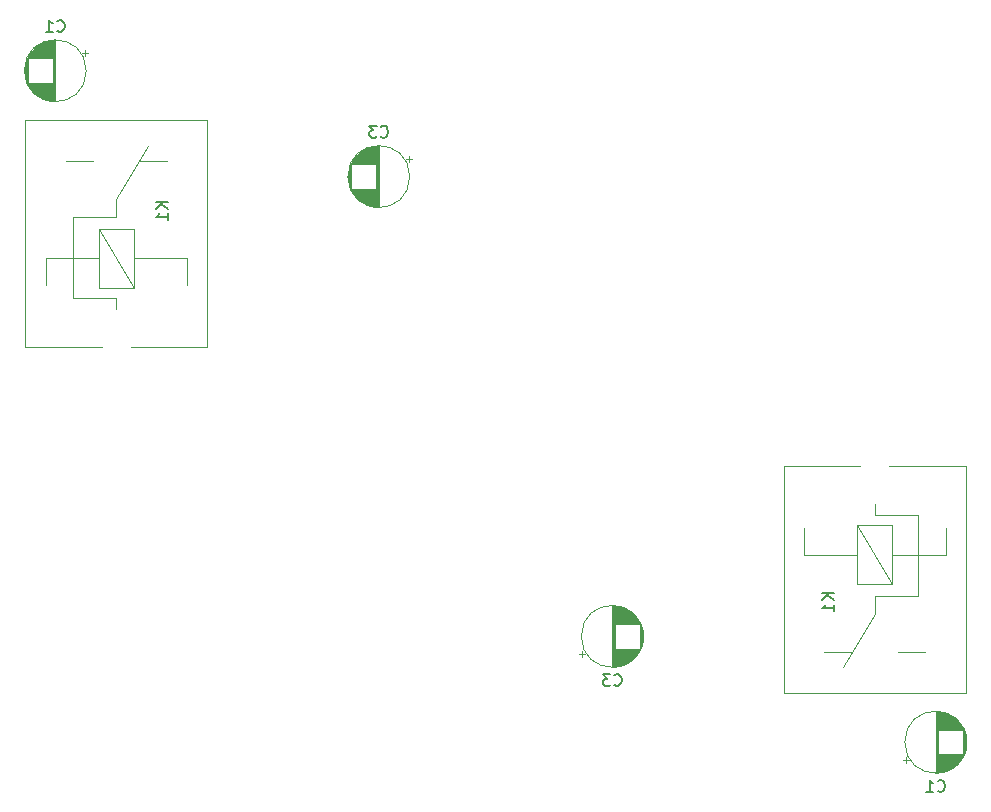
<source format=gbr>
%TF.GenerationSoftware,KiCad,Pcbnew,(6.0.0)*%
%TF.CreationDate,2022-02-01T13:42:31+07:00*%
%TF.ProjectId,egg_pro_mini,6567675f-7072-46f5-9f6d-696e692e6b69,rev?*%
%TF.SameCoordinates,Original*%
%TF.FileFunction,Legend,Bot*%
%TF.FilePolarity,Positive*%
%FSLAX46Y46*%
G04 Gerber Fmt 4.6, Leading zero omitted, Abs format (unit mm)*
G04 Created by KiCad (PCBNEW (6.0.0)) date 2022-02-01 13:42:31*
%MOMM*%
%LPD*%
G01*
G04 APERTURE LIST*
%ADD10C,0.150000*%
%ADD11C,0.120000*%
G04 APERTURE END LIST*
D10*
%TO.C,K1*%
X131407380Y-63281904D02*
X130407380Y-63281904D01*
X131407380Y-63853333D02*
X130835952Y-63424761D01*
X130407380Y-63853333D02*
X130978809Y-63281904D01*
X131407380Y-64805714D02*
X131407380Y-64234285D01*
X131407380Y-64520000D02*
X130407380Y-64520000D01*
X130550238Y-64424761D01*
X130645476Y-64329523D01*
X130693095Y-64234285D01*
%TO.C,C3*%
X149416778Y-57727142D02*
X149464397Y-57774761D01*
X149607254Y-57822380D01*
X149702492Y-57822380D01*
X149845350Y-57774761D01*
X149940588Y-57679523D01*
X149988207Y-57584285D01*
X150035826Y-57393809D01*
X150035826Y-57250952D01*
X149988207Y-57060476D01*
X149940588Y-56965238D01*
X149845350Y-56870000D01*
X149702492Y-56822380D01*
X149607254Y-56822380D01*
X149464397Y-56870000D01*
X149416778Y-56917619D01*
X149083445Y-56822380D02*
X148464397Y-56822380D01*
X148797731Y-57203333D01*
X148654873Y-57203333D01*
X148559635Y-57250952D01*
X148512016Y-57298571D01*
X148464397Y-57393809D01*
X148464397Y-57631904D01*
X148512016Y-57727142D01*
X148559635Y-57774761D01*
X148654873Y-57822380D01*
X148940588Y-57822380D01*
X149035826Y-57774761D01*
X149083445Y-57727142D01*
%TO.C,C1*%
X122026778Y-48767142D02*
X122074397Y-48814761D01*
X122217254Y-48862380D01*
X122312492Y-48862380D01*
X122455350Y-48814761D01*
X122550588Y-48719523D01*
X122598207Y-48624285D01*
X122645826Y-48433809D01*
X122645826Y-48290952D01*
X122598207Y-48100476D01*
X122550588Y-48005238D01*
X122455350Y-47910000D01*
X122312492Y-47862380D01*
X122217254Y-47862380D01*
X122074397Y-47910000D01*
X122026778Y-47957619D01*
X121074397Y-48862380D02*
X121645826Y-48862380D01*
X121360112Y-48862380D02*
X121360112Y-47862380D01*
X121455350Y-48005238D01*
X121550588Y-48100476D01*
X121645826Y-48148095D01*
%TO.C,K1*%
X187767380Y-96406904D02*
X186767380Y-96406904D01*
X187767380Y-96978333D02*
X187195952Y-96549761D01*
X186767380Y-96978333D02*
X187338809Y-96406904D01*
X187767380Y-97930714D02*
X187767380Y-97359285D01*
X187767380Y-97645000D02*
X186767380Y-97645000D01*
X186910238Y-97549761D01*
X187005476Y-97454523D01*
X187053095Y-97359285D01*
%TO.C,C3*%
X169186554Y-104152142D02*
X169234173Y-104199761D01*
X169377030Y-104247380D01*
X169472268Y-104247380D01*
X169615126Y-104199761D01*
X169710364Y-104104523D01*
X169757983Y-104009285D01*
X169805602Y-103818809D01*
X169805602Y-103675952D01*
X169757983Y-103485476D01*
X169710364Y-103390238D01*
X169615126Y-103295000D01*
X169472268Y-103247380D01*
X169377030Y-103247380D01*
X169234173Y-103295000D01*
X169186554Y-103342619D01*
X168853221Y-103247380D02*
X168234173Y-103247380D01*
X168567507Y-103628333D01*
X168424649Y-103628333D01*
X168329411Y-103675952D01*
X168281792Y-103723571D01*
X168234173Y-103818809D01*
X168234173Y-104056904D01*
X168281792Y-104152142D01*
X168329411Y-104199761D01*
X168424649Y-104247380D01*
X168710364Y-104247380D01*
X168805602Y-104199761D01*
X168853221Y-104152142D01*
%TO.C,C1*%
X196576554Y-113112142D02*
X196624173Y-113159761D01*
X196767030Y-113207380D01*
X196862268Y-113207380D01*
X197005126Y-113159761D01*
X197100364Y-113064523D01*
X197147983Y-112969285D01*
X197195602Y-112778809D01*
X197195602Y-112635952D01*
X197147983Y-112445476D01*
X197100364Y-112350238D01*
X197005126Y-112255000D01*
X196862268Y-112207380D01*
X196767030Y-112207380D01*
X196624173Y-112255000D01*
X196576554Y-112302619D01*
X195624173Y-113207380D02*
X196195602Y-113207380D01*
X195909888Y-113207380D02*
X195909888Y-112207380D01*
X196005126Y-112350238D01*
X196100364Y-112445476D01*
X196195602Y-112493095D01*
D11*
%TO.C,K1*%
X121035000Y-70330000D02*
X121035000Y-68030000D01*
X119335000Y-56330000D02*
X119335000Y-75530000D01*
X127035000Y-64530000D02*
X127035000Y-63030000D01*
X125535000Y-68030000D02*
X121035000Y-68030000D01*
X128535000Y-70530000D02*
X128535000Y-65530000D01*
X134735000Y-75530000D02*
X128235000Y-75530000D01*
X127035000Y-71430000D02*
X123335000Y-71430000D01*
X127035000Y-64530000D02*
X123335000Y-64530000D01*
X134735000Y-56330000D02*
X119335000Y-56330000D01*
X133035000Y-68030000D02*
X128535000Y-68030000D01*
X123335000Y-64530000D02*
X123335000Y-71430000D01*
X125535000Y-65530000D02*
X128535000Y-70530000D01*
X134735000Y-75530000D02*
X134735000Y-56330000D01*
X131335000Y-59830000D02*
X129035000Y-59830000D01*
X133035000Y-68030000D02*
X133035000Y-70330000D01*
X127035000Y-63030000D02*
X129735000Y-58530000D01*
X125835000Y-75530000D02*
X119335000Y-75530000D01*
X125535000Y-70530000D02*
X128535000Y-70530000D01*
X122735000Y-59830000D02*
X125035000Y-59830000D01*
X128535000Y-65530000D02*
X125535000Y-65530000D01*
X127035000Y-71430000D02*
X127035000Y-72330000D01*
X125535000Y-65530000D02*
X125535000Y-70530000D01*
%TO.C,C3*%
X148089112Y-58810000D02*
X148089112Y-60080000D01*
X146969112Y-62160000D02*
X146969112Y-62371000D01*
X149010112Y-58551000D02*
X149010112Y-60080000D01*
X147529112Y-59183000D02*
X147529112Y-60080000D01*
X148369112Y-62160000D02*
X148369112Y-63548000D01*
X146769112Y-60315000D02*
X146769112Y-61925000D01*
X148529112Y-62160000D02*
X148529112Y-63600000D01*
X147529112Y-62160000D02*
X147529112Y-63057000D01*
X148529112Y-58640000D02*
X148529112Y-60080000D01*
X147089112Y-62160000D02*
X147089112Y-62563000D01*
X148209112Y-62160000D02*
X148209112Y-63485000D01*
X147569112Y-59149000D02*
X147569112Y-60080000D01*
X148810112Y-58577000D02*
X148810112Y-60080000D01*
X147889112Y-62160000D02*
X147889112Y-63320000D01*
X147129112Y-62160000D02*
X147129112Y-62620000D01*
X146729112Y-60443000D02*
X146729112Y-61797000D01*
X151804887Y-59395000D02*
X151804887Y-59895000D01*
X147369112Y-62160000D02*
X147369112Y-62905000D01*
X147689112Y-62160000D02*
X147689112Y-63185000D01*
X149170112Y-58541000D02*
X149170112Y-63699000D01*
X147249112Y-62160000D02*
X147249112Y-62773000D01*
X147889112Y-58920000D02*
X147889112Y-60080000D01*
X147409112Y-62160000D02*
X147409112Y-62946000D01*
X147209112Y-59515000D02*
X147209112Y-60080000D01*
X146689112Y-60602000D02*
X146689112Y-61638000D01*
X148730112Y-58592000D02*
X148730112Y-60080000D01*
X147129112Y-59620000D02*
X147129112Y-60080000D01*
X147249112Y-59467000D02*
X147249112Y-60080000D01*
X148850112Y-58570000D02*
X148850112Y-60080000D01*
X148089112Y-62160000D02*
X148089112Y-63430000D01*
X148249112Y-58738000D02*
X148249112Y-60080000D01*
X148650112Y-62160000D02*
X148650112Y-63631000D01*
X147809112Y-58971000D02*
X147809112Y-60080000D01*
X147769112Y-58998000D02*
X147769112Y-60080000D01*
X147929112Y-62160000D02*
X147929112Y-63344000D01*
X148129112Y-62160000D02*
X148129112Y-63449000D01*
X147009112Y-59801000D02*
X147009112Y-60080000D01*
X147769112Y-62160000D02*
X147769112Y-63242000D01*
X147609112Y-59116000D02*
X147609112Y-60080000D01*
X147569112Y-62160000D02*
X147569112Y-63091000D01*
X147729112Y-62160000D02*
X147729112Y-63215000D01*
X147169112Y-62160000D02*
X147169112Y-62674000D01*
X148570112Y-58629000D02*
X148570112Y-60080000D01*
X147289112Y-62160000D02*
X147289112Y-62819000D01*
X146969112Y-59869000D02*
X146969112Y-60080000D01*
X147809112Y-62160000D02*
X147809112Y-63269000D01*
X147289112Y-59421000D02*
X147289112Y-60080000D01*
X148249112Y-62160000D02*
X148249112Y-63502000D01*
X146929112Y-59942000D02*
X146929112Y-62298000D01*
X146809112Y-60205000D02*
X146809112Y-62035000D01*
X148289112Y-58722000D02*
X148289112Y-60080000D01*
X148409112Y-62160000D02*
X148409112Y-63562000D01*
X148209112Y-58755000D02*
X148209112Y-60080000D01*
X148890112Y-58564000D02*
X148890112Y-60080000D01*
X149210112Y-58540000D02*
X149210112Y-63700000D01*
X148930112Y-62160000D02*
X148930112Y-63681000D01*
X148409112Y-58678000D02*
X148409112Y-60080000D01*
X148009112Y-58852000D02*
X148009112Y-60080000D01*
X147209112Y-62160000D02*
X147209112Y-62725000D01*
X148169112Y-62160000D02*
X148169112Y-63468000D01*
X149050112Y-58547000D02*
X149050112Y-63693000D01*
X149090112Y-58544000D02*
X149090112Y-63696000D01*
X149010112Y-62160000D02*
X149010112Y-63689000D01*
X147329112Y-59377000D02*
X147329112Y-60080000D01*
X147329112Y-62160000D02*
X147329112Y-62863000D01*
X148610112Y-58619000D02*
X148610112Y-60080000D01*
X148329112Y-58706000D02*
X148329112Y-60080000D01*
X147729112Y-59025000D02*
X147729112Y-60080000D01*
X147969112Y-58873000D02*
X147969112Y-60080000D01*
X147449112Y-59256000D02*
X147449112Y-60080000D01*
X147969112Y-62160000D02*
X147969112Y-63367000D01*
X148329112Y-62160000D02*
X148329112Y-63534000D01*
X152054887Y-59645000D02*
X151554887Y-59645000D01*
X147449112Y-62160000D02*
X147449112Y-62984000D01*
X147689112Y-59055000D02*
X147689112Y-60080000D01*
X147369112Y-59335000D02*
X147369112Y-60080000D01*
X147489112Y-59219000D02*
X147489112Y-60080000D01*
X149130112Y-58542000D02*
X149130112Y-63698000D01*
X148289112Y-62160000D02*
X148289112Y-63518000D01*
X148169112Y-58772000D02*
X148169112Y-60080000D01*
X148049112Y-62160000D02*
X148049112Y-63410000D01*
X148970112Y-62160000D02*
X148970112Y-63685000D01*
X147929112Y-58896000D02*
X147929112Y-60080000D01*
X148049112Y-58830000D02*
X148049112Y-60080000D01*
X147649112Y-59085000D02*
X147649112Y-60080000D01*
X148489112Y-58652000D02*
X148489112Y-60080000D01*
X146889112Y-60022000D02*
X146889112Y-62218000D01*
X147089112Y-59677000D02*
X147089112Y-60080000D01*
X147489112Y-62160000D02*
X147489112Y-63021000D01*
X148810112Y-62160000D02*
X148810112Y-63663000D01*
X146649112Y-60836000D02*
X146649112Y-61404000D01*
X147009112Y-62160000D02*
X147009112Y-62439000D01*
X147409112Y-59294000D02*
X147409112Y-60080000D01*
X148690112Y-62160000D02*
X148690112Y-63640000D01*
X148770112Y-62160000D02*
X148770112Y-63656000D01*
X148449112Y-58665000D02*
X148449112Y-60080000D01*
X148369112Y-58692000D02*
X148369112Y-60080000D01*
X148129112Y-58791000D02*
X148129112Y-60080000D01*
X148690112Y-58600000D02*
X148690112Y-60080000D01*
X148850112Y-62160000D02*
X148850112Y-63670000D01*
X147849112Y-58945000D02*
X147849112Y-60080000D01*
X149250112Y-58540000D02*
X149250112Y-63700000D01*
X148570112Y-62160000D02*
X148570112Y-63611000D01*
X147849112Y-62160000D02*
X147849112Y-63295000D01*
X146849112Y-60109000D02*
X146849112Y-62131000D01*
X148770112Y-58584000D02*
X148770112Y-60080000D01*
X148930112Y-58559000D02*
X148930112Y-60080000D01*
X148610112Y-62160000D02*
X148610112Y-63621000D01*
X148650112Y-58609000D02*
X148650112Y-60080000D01*
X148009112Y-62160000D02*
X148009112Y-63388000D01*
X148730112Y-62160000D02*
X148730112Y-63648000D01*
X147049112Y-62160000D02*
X147049112Y-62503000D01*
X147169112Y-59566000D02*
X147169112Y-60080000D01*
X147649112Y-62160000D02*
X147649112Y-63155000D01*
X148489112Y-62160000D02*
X148489112Y-63588000D01*
X147609112Y-62160000D02*
X147609112Y-63124000D01*
X148890112Y-62160000D02*
X148890112Y-63676000D01*
X148449112Y-62160000D02*
X148449112Y-63575000D01*
X147049112Y-59737000D02*
X147049112Y-60080000D01*
X148970112Y-58555000D02*
X148970112Y-60080000D01*
X151870112Y-61120000D02*
G75*
G03*
X151870112Y-61120000I-2620000J0D01*
G01*
%TO.C,C1*%
X121139112Y-49680000D02*
X121139112Y-51120000D01*
X120619112Y-49892000D02*
X120619112Y-51120000D01*
X121660112Y-49587000D02*
X121660112Y-54733000D01*
X120019112Y-53200000D02*
X120019112Y-53986000D01*
X121300112Y-53200000D02*
X121300112Y-54680000D01*
X121300112Y-49640000D02*
X121300112Y-51120000D01*
X119899112Y-50461000D02*
X119899112Y-51120000D01*
X121420112Y-49617000D02*
X121420112Y-51120000D01*
X119659112Y-53200000D02*
X119659112Y-53543000D01*
X121820112Y-49580000D02*
X121820112Y-54740000D01*
X119779112Y-53200000D02*
X119779112Y-53714000D01*
X120299112Y-53200000D02*
X120299112Y-54225000D01*
X121740112Y-49582000D02*
X121740112Y-54738000D01*
X119779112Y-50606000D02*
X119779112Y-51120000D01*
X119299112Y-51642000D02*
X119299112Y-52678000D01*
X121340112Y-49632000D02*
X121340112Y-51120000D01*
X120299112Y-50095000D02*
X120299112Y-51120000D01*
X121220112Y-53200000D02*
X121220112Y-54661000D01*
X119859112Y-53200000D02*
X119859112Y-53813000D01*
X121620112Y-49591000D02*
X121620112Y-51120000D01*
X119579112Y-50909000D02*
X119579112Y-51120000D01*
X119339112Y-51483000D02*
X119339112Y-52837000D01*
X120779112Y-49812000D02*
X120779112Y-51120000D01*
X120339112Y-50065000D02*
X120339112Y-51120000D01*
X119619112Y-53200000D02*
X119619112Y-53479000D01*
X124664887Y-50685000D02*
X124164887Y-50685000D01*
X121380112Y-49624000D02*
X121380112Y-51120000D01*
X121620112Y-53200000D02*
X121620112Y-54729000D01*
X121260112Y-49649000D02*
X121260112Y-51120000D01*
X121700112Y-49584000D02*
X121700112Y-54736000D01*
X121180112Y-53200000D02*
X121180112Y-54651000D01*
X120939112Y-53200000D02*
X120939112Y-54574000D01*
X120419112Y-53200000D02*
X120419112Y-54309000D01*
X120139112Y-53200000D02*
X120139112Y-54097000D01*
X120979112Y-49732000D02*
X120979112Y-51120000D01*
X120979112Y-53200000D02*
X120979112Y-54588000D01*
X120379112Y-53200000D02*
X120379112Y-54282000D01*
X121780112Y-49581000D02*
X121780112Y-54739000D01*
X121099112Y-49692000D02*
X121099112Y-51120000D01*
X120099112Y-53200000D02*
X120099112Y-54061000D01*
X120379112Y-50038000D02*
X120379112Y-51120000D01*
X121580112Y-49595000D02*
X121580112Y-51120000D01*
X119259112Y-51876000D02*
X119259112Y-52444000D01*
X120739112Y-49831000D02*
X120739112Y-51120000D01*
X119819112Y-53200000D02*
X119819112Y-53765000D01*
X120259112Y-53200000D02*
X120259112Y-54195000D01*
X121180112Y-49669000D02*
X121180112Y-51120000D01*
X121059112Y-53200000D02*
X121059112Y-54615000D01*
X120459112Y-53200000D02*
X120459112Y-54335000D01*
X120699112Y-49850000D02*
X120699112Y-51120000D01*
X120059112Y-50296000D02*
X120059112Y-51120000D01*
X120539112Y-53200000D02*
X120539112Y-54384000D01*
X119459112Y-51149000D02*
X119459112Y-53171000D01*
X121580112Y-53200000D02*
X121580112Y-54725000D01*
X120859112Y-49778000D02*
X120859112Y-51120000D01*
X120579112Y-53200000D02*
X120579112Y-54407000D01*
X120619112Y-53200000D02*
X120619112Y-54428000D01*
X119939112Y-53200000D02*
X119939112Y-53903000D01*
X119619112Y-50841000D02*
X119619112Y-51120000D01*
X121099112Y-53200000D02*
X121099112Y-54628000D01*
X121860112Y-49580000D02*
X121860112Y-54740000D01*
X120019112Y-50334000D02*
X120019112Y-51120000D01*
X119819112Y-50555000D02*
X119819112Y-51120000D01*
X121500112Y-49604000D02*
X121500112Y-51120000D01*
X121540112Y-49599000D02*
X121540112Y-51120000D01*
X120699112Y-53200000D02*
X120699112Y-54470000D01*
X120539112Y-49936000D02*
X120539112Y-51120000D01*
X121380112Y-53200000D02*
X121380112Y-54696000D01*
X120099112Y-50259000D02*
X120099112Y-51120000D01*
X120819112Y-53200000D02*
X120819112Y-54525000D01*
X120219112Y-53200000D02*
X120219112Y-54164000D01*
X121059112Y-49705000D02*
X121059112Y-51120000D01*
X120739112Y-53200000D02*
X120739112Y-54489000D01*
X120779112Y-53200000D02*
X120779112Y-54508000D01*
X124414887Y-50435000D02*
X124414887Y-50935000D01*
X119899112Y-53200000D02*
X119899112Y-53859000D01*
X120179112Y-53200000D02*
X120179112Y-54131000D01*
X120939112Y-49746000D02*
X120939112Y-51120000D01*
X121540112Y-53200000D02*
X121540112Y-54721000D01*
X121260112Y-53200000D02*
X121260112Y-54671000D01*
X120339112Y-53200000D02*
X120339112Y-54255000D01*
X120819112Y-49795000D02*
X120819112Y-51120000D01*
X121220112Y-49659000D02*
X121220112Y-51120000D01*
X120899112Y-53200000D02*
X120899112Y-54558000D01*
X119739112Y-53200000D02*
X119739112Y-53660000D01*
X120899112Y-49762000D02*
X120899112Y-51120000D01*
X121460112Y-53200000D02*
X121460112Y-54710000D01*
X120059112Y-53200000D02*
X120059112Y-54024000D01*
X120659112Y-53200000D02*
X120659112Y-54450000D01*
X120459112Y-49985000D02*
X120459112Y-51120000D01*
X120259112Y-50125000D02*
X120259112Y-51120000D01*
X119859112Y-50507000D02*
X119859112Y-51120000D01*
X119699112Y-53200000D02*
X119699112Y-53603000D01*
X119499112Y-51062000D02*
X119499112Y-53258000D01*
X120499112Y-53200000D02*
X120499112Y-54360000D01*
X119699112Y-50717000D02*
X119699112Y-51120000D01*
X121460112Y-49610000D02*
X121460112Y-51120000D01*
X120859112Y-53200000D02*
X120859112Y-54542000D01*
X121019112Y-49718000D02*
X121019112Y-51120000D01*
X121340112Y-53200000D02*
X121340112Y-54688000D01*
X121139112Y-53200000D02*
X121139112Y-54640000D01*
X119979112Y-50375000D02*
X119979112Y-51120000D01*
X120219112Y-50156000D02*
X120219112Y-51120000D01*
X121420112Y-53200000D02*
X121420112Y-54703000D01*
X120179112Y-50189000D02*
X120179112Y-51120000D01*
X121500112Y-53200000D02*
X121500112Y-54716000D01*
X119739112Y-50660000D02*
X119739112Y-51120000D01*
X119939112Y-50417000D02*
X119939112Y-51120000D01*
X119379112Y-51355000D02*
X119379112Y-52965000D01*
X119579112Y-53200000D02*
X119579112Y-53411000D01*
X119419112Y-51245000D02*
X119419112Y-53075000D01*
X120579112Y-49913000D02*
X120579112Y-51120000D01*
X119539112Y-50982000D02*
X119539112Y-53338000D01*
X121019112Y-53200000D02*
X121019112Y-54602000D01*
X119979112Y-53200000D02*
X119979112Y-53945000D01*
X120659112Y-49870000D02*
X120659112Y-51120000D01*
X120499112Y-49960000D02*
X120499112Y-51120000D01*
X119659112Y-50777000D02*
X119659112Y-51120000D01*
X120139112Y-50223000D02*
X120139112Y-51120000D01*
X120419112Y-50011000D02*
X120419112Y-51120000D01*
X124480112Y-52160000D02*
G75*
G03*
X124480112Y-52160000I-2620000J0D01*
G01*
%TO.C,K1*%
X197235000Y-90835000D02*
X197235000Y-93135000D01*
X198935000Y-104835000D02*
X198935000Y-85635000D01*
X191235000Y-96635000D02*
X191235000Y-98135000D01*
X192735000Y-93135000D02*
X197235000Y-93135000D01*
X189735000Y-90635000D02*
X189735000Y-95635000D01*
X183535000Y-85635000D02*
X190035000Y-85635000D01*
X191235000Y-89735000D02*
X194935000Y-89735000D01*
X191235000Y-96635000D02*
X194935000Y-96635000D01*
X183535000Y-104835000D02*
X198935000Y-104835000D01*
X185235000Y-93135000D02*
X189735000Y-93135000D01*
X194935000Y-96635000D02*
X194935000Y-89735000D01*
X192735000Y-95635000D02*
X189735000Y-90635000D01*
X183535000Y-85635000D02*
X183535000Y-104835000D01*
X186935000Y-101335000D02*
X189235000Y-101335000D01*
X185235000Y-93135000D02*
X185235000Y-90835000D01*
X191235000Y-98135000D02*
X188535000Y-102635000D01*
X192435000Y-85635000D02*
X198935000Y-85635000D01*
X192735000Y-90635000D02*
X189735000Y-90635000D01*
X195535000Y-101335000D02*
X193235000Y-101335000D01*
X189735000Y-95635000D02*
X192735000Y-95635000D01*
X191235000Y-89735000D02*
X191235000Y-88835000D01*
X192735000Y-95635000D02*
X192735000Y-90635000D01*
%TO.C,C3*%
X170180888Y-102355000D02*
X170180888Y-101085000D01*
X171300888Y-99005000D02*
X171300888Y-98794000D01*
X169259888Y-102614000D02*
X169259888Y-101085000D01*
X170740888Y-101982000D02*
X170740888Y-101085000D01*
X169900888Y-99005000D02*
X169900888Y-97617000D01*
X171500888Y-100850000D02*
X171500888Y-99240000D01*
X169740888Y-99005000D02*
X169740888Y-97565000D01*
X170740888Y-99005000D02*
X170740888Y-98108000D01*
X169740888Y-102525000D02*
X169740888Y-101085000D01*
X171180888Y-99005000D02*
X171180888Y-98602000D01*
X170060888Y-99005000D02*
X170060888Y-97680000D01*
X170700888Y-102016000D02*
X170700888Y-101085000D01*
X169459888Y-102588000D02*
X169459888Y-101085000D01*
X170380888Y-99005000D02*
X170380888Y-97845000D01*
X171140888Y-99005000D02*
X171140888Y-98545000D01*
X171540888Y-100722000D02*
X171540888Y-99368000D01*
X166465113Y-101770000D02*
X166465113Y-101270000D01*
X170900888Y-99005000D02*
X170900888Y-98260000D01*
X170580888Y-99005000D02*
X170580888Y-97980000D01*
X169099888Y-102624000D02*
X169099888Y-97466000D01*
X171020888Y-99005000D02*
X171020888Y-98392000D01*
X170380888Y-102245000D02*
X170380888Y-101085000D01*
X170860888Y-99005000D02*
X170860888Y-98219000D01*
X171060888Y-101650000D02*
X171060888Y-101085000D01*
X171580888Y-100563000D02*
X171580888Y-99527000D01*
X169539888Y-102573000D02*
X169539888Y-101085000D01*
X171140888Y-101545000D02*
X171140888Y-101085000D01*
X171020888Y-101698000D02*
X171020888Y-101085000D01*
X169419888Y-102595000D02*
X169419888Y-101085000D01*
X170180888Y-99005000D02*
X170180888Y-97735000D01*
X170020888Y-102427000D02*
X170020888Y-101085000D01*
X169619888Y-99005000D02*
X169619888Y-97534000D01*
X170460888Y-102194000D02*
X170460888Y-101085000D01*
X170500888Y-102167000D02*
X170500888Y-101085000D01*
X170340888Y-99005000D02*
X170340888Y-97821000D01*
X170140888Y-99005000D02*
X170140888Y-97716000D01*
X171260888Y-101364000D02*
X171260888Y-101085000D01*
X170500888Y-99005000D02*
X170500888Y-97923000D01*
X170660888Y-102049000D02*
X170660888Y-101085000D01*
X170700888Y-99005000D02*
X170700888Y-98074000D01*
X170540888Y-99005000D02*
X170540888Y-97950000D01*
X171100888Y-99005000D02*
X171100888Y-98491000D01*
X169699888Y-102536000D02*
X169699888Y-101085000D01*
X170980888Y-99005000D02*
X170980888Y-98346000D01*
X171300888Y-101296000D02*
X171300888Y-101085000D01*
X170460888Y-99005000D02*
X170460888Y-97896000D01*
X170980888Y-101744000D02*
X170980888Y-101085000D01*
X170020888Y-99005000D02*
X170020888Y-97663000D01*
X171340888Y-101223000D02*
X171340888Y-98867000D01*
X171460888Y-100960000D02*
X171460888Y-99130000D01*
X169980888Y-102443000D02*
X169980888Y-101085000D01*
X169860888Y-99005000D02*
X169860888Y-97603000D01*
X170060888Y-102410000D02*
X170060888Y-101085000D01*
X169379888Y-102601000D02*
X169379888Y-101085000D01*
X169059888Y-102625000D02*
X169059888Y-97465000D01*
X169339888Y-99005000D02*
X169339888Y-97484000D01*
X169860888Y-102487000D02*
X169860888Y-101085000D01*
X170260888Y-102313000D02*
X170260888Y-101085000D01*
X171060888Y-99005000D02*
X171060888Y-98440000D01*
X170100888Y-99005000D02*
X170100888Y-97697000D01*
X169219888Y-102618000D02*
X169219888Y-97472000D01*
X169179888Y-102621000D02*
X169179888Y-97469000D01*
X169259888Y-99005000D02*
X169259888Y-97476000D01*
X170940888Y-101788000D02*
X170940888Y-101085000D01*
X170940888Y-99005000D02*
X170940888Y-98302000D01*
X169659888Y-102546000D02*
X169659888Y-101085000D01*
X169940888Y-102459000D02*
X169940888Y-101085000D01*
X170540888Y-102140000D02*
X170540888Y-101085000D01*
X170300888Y-102292000D02*
X170300888Y-101085000D01*
X170820888Y-101909000D02*
X170820888Y-101085000D01*
X170300888Y-99005000D02*
X170300888Y-97798000D01*
X169940888Y-99005000D02*
X169940888Y-97631000D01*
X166215113Y-101520000D02*
X166715113Y-101520000D01*
X170820888Y-99005000D02*
X170820888Y-98181000D01*
X170580888Y-102110000D02*
X170580888Y-101085000D01*
X170900888Y-101830000D02*
X170900888Y-101085000D01*
X170780888Y-101946000D02*
X170780888Y-101085000D01*
X169139888Y-102623000D02*
X169139888Y-97467000D01*
X169980888Y-99005000D02*
X169980888Y-97647000D01*
X170100888Y-102393000D02*
X170100888Y-101085000D01*
X170220888Y-99005000D02*
X170220888Y-97755000D01*
X169299888Y-99005000D02*
X169299888Y-97480000D01*
X170340888Y-102269000D02*
X170340888Y-101085000D01*
X170220888Y-102335000D02*
X170220888Y-101085000D01*
X170620888Y-102080000D02*
X170620888Y-101085000D01*
X169780888Y-102513000D02*
X169780888Y-101085000D01*
X171380888Y-101143000D02*
X171380888Y-98947000D01*
X171180888Y-101488000D02*
X171180888Y-101085000D01*
X170780888Y-99005000D02*
X170780888Y-98144000D01*
X169459888Y-99005000D02*
X169459888Y-97502000D01*
X171620888Y-100329000D02*
X171620888Y-99761000D01*
X171260888Y-99005000D02*
X171260888Y-98726000D01*
X170860888Y-101871000D02*
X170860888Y-101085000D01*
X169579888Y-99005000D02*
X169579888Y-97525000D01*
X169499888Y-99005000D02*
X169499888Y-97509000D01*
X169820888Y-102500000D02*
X169820888Y-101085000D01*
X169900888Y-102473000D02*
X169900888Y-101085000D01*
X170140888Y-102374000D02*
X170140888Y-101085000D01*
X169579888Y-102565000D02*
X169579888Y-101085000D01*
X169419888Y-99005000D02*
X169419888Y-97495000D01*
X170420888Y-102220000D02*
X170420888Y-101085000D01*
X169019888Y-102625000D02*
X169019888Y-97465000D01*
X169699888Y-99005000D02*
X169699888Y-97554000D01*
X170420888Y-99005000D02*
X170420888Y-97870000D01*
X171420888Y-101056000D02*
X171420888Y-99034000D01*
X169499888Y-102581000D02*
X169499888Y-101085000D01*
X169339888Y-102606000D02*
X169339888Y-101085000D01*
X169659888Y-99005000D02*
X169659888Y-97544000D01*
X169619888Y-102556000D02*
X169619888Y-101085000D01*
X170260888Y-99005000D02*
X170260888Y-97777000D01*
X169539888Y-99005000D02*
X169539888Y-97517000D01*
X171220888Y-99005000D02*
X171220888Y-98662000D01*
X171100888Y-101599000D02*
X171100888Y-101085000D01*
X170620888Y-99005000D02*
X170620888Y-98010000D01*
X169780888Y-99005000D02*
X169780888Y-97577000D01*
X170660888Y-99005000D02*
X170660888Y-98041000D01*
X169379888Y-99005000D02*
X169379888Y-97489000D01*
X169820888Y-99005000D02*
X169820888Y-97590000D01*
X171220888Y-101428000D02*
X171220888Y-101085000D01*
X169299888Y-102610000D02*
X169299888Y-101085000D01*
X171639888Y-100045000D02*
G75*
G03*
X171639888Y-100045000I-2620000J0D01*
G01*
%TO.C,C1*%
X197130888Y-111485000D02*
X197130888Y-110045000D01*
X197650888Y-111273000D02*
X197650888Y-110045000D01*
X196609888Y-111578000D02*
X196609888Y-106432000D01*
X198250888Y-107965000D02*
X198250888Y-107179000D01*
X196969888Y-107965000D02*
X196969888Y-106485000D01*
X196969888Y-111525000D02*
X196969888Y-110045000D01*
X198370888Y-110704000D02*
X198370888Y-110045000D01*
X196849888Y-111548000D02*
X196849888Y-110045000D01*
X198610888Y-107965000D02*
X198610888Y-107622000D01*
X196449888Y-111585000D02*
X196449888Y-106425000D01*
X198490888Y-107965000D02*
X198490888Y-107451000D01*
X197970888Y-107965000D02*
X197970888Y-106940000D01*
X196529888Y-111583000D02*
X196529888Y-106427000D01*
X198490888Y-110559000D02*
X198490888Y-110045000D01*
X198970888Y-109523000D02*
X198970888Y-108487000D01*
X196929888Y-111533000D02*
X196929888Y-110045000D01*
X197970888Y-111070000D02*
X197970888Y-110045000D01*
X197049888Y-107965000D02*
X197049888Y-106504000D01*
X198410888Y-107965000D02*
X198410888Y-107352000D01*
X196649888Y-111574000D02*
X196649888Y-110045000D01*
X198690888Y-110256000D02*
X198690888Y-110045000D01*
X198930888Y-109682000D02*
X198930888Y-108328000D01*
X197490888Y-111353000D02*
X197490888Y-110045000D01*
X197930888Y-111100000D02*
X197930888Y-110045000D01*
X198650888Y-107965000D02*
X198650888Y-107686000D01*
X193605113Y-110480000D02*
X194105113Y-110480000D01*
X196889888Y-111541000D02*
X196889888Y-110045000D01*
X196649888Y-107965000D02*
X196649888Y-106436000D01*
X197009888Y-111516000D02*
X197009888Y-110045000D01*
X196569888Y-111581000D02*
X196569888Y-106429000D01*
X197089888Y-107965000D02*
X197089888Y-106514000D01*
X197330888Y-107965000D02*
X197330888Y-106591000D01*
X197850888Y-107965000D02*
X197850888Y-106856000D01*
X198130888Y-107965000D02*
X198130888Y-107068000D01*
X197290888Y-111433000D02*
X197290888Y-110045000D01*
X197290888Y-107965000D02*
X197290888Y-106577000D01*
X197890888Y-107965000D02*
X197890888Y-106883000D01*
X196489888Y-111584000D02*
X196489888Y-106426000D01*
X197170888Y-111473000D02*
X197170888Y-110045000D01*
X198170888Y-107965000D02*
X198170888Y-107104000D01*
X197890888Y-111127000D02*
X197890888Y-110045000D01*
X196689888Y-111570000D02*
X196689888Y-110045000D01*
X199010888Y-109289000D02*
X199010888Y-108721000D01*
X197530888Y-111334000D02*
X197530888Y-110045000D01*
X198450888Y-107965000D02*
X198450888Y-107400000D01*
X198010888Y-107965000D02*
X198010888Y-106970000D01*
X197089888Y-111496000D02*
X197089888Y-110045000D01*
X197210888Y-107965000D02*
X197210888Y-106550000D01*
X197810888Y-107965000D02*
X197810888Y-106830000D01*
X197570888Y-111315000D02*
X197570888Y-110045000D01*
X198210888Y-110869000D02*
X198210888Y-110045000D01*
X197730888Y-107965000D02*
X197730888Y-106781000D01*
X198810888Y-110016000D02*
X198810888Y-107994000D01*
X196689888Y-107965000D02*
X196689888Y-106440000D01*
X197410888Y-111387000D02*
X197410888Y-110045000D01*
X197690888Y-107965000D02*
X197690888Y-106758000D01*
X197650888Y-107965000D02*
X197650888Y-106737000D01*
X198330888Y-107965000D02*
X198330888Y-107262000D01*
X198650888Y-110324000D02*
X198650888Y-110045000D01*
X197170888Y-107965000D02*
X197170888Y-106537000D01*
X196409888Y-111585000D02*
X196409888Y-106425000D01*
X198250888Y-110831000D02*
X198250888Y-110045000D01*
X198450888Y-110610000D02*
X198450888Y-110045000D01*
X196769888Y-111561000D02*
X196769888Y-110045000D01*
X196729888Y-111566000D02*
X196729888Y-110045000D01*
X197570888Y-107965000D02*
X197570888Y-106695000D01*
X197730888Y-111229000D02*
X197730888Y-110045000D01*
X196889888Y-107965000D02*
X196889888Y-106469000D01*
X198170888Y-110906000D02*
X198170888Y-110045000D01*
X197450888Y-107965000D02*
X197450888Y-106640000D01*
X198050888Y-107965000D02*
X198050888Y-107001000D01*
X197210888Y-111460000D02*
X197210888Y-110045000D01*
X197530888Y-107965000D02*
X197530888Y-106676000D01*
X197490888Y-107965000D02*
X197490888Y-106657000D01*
X193855113Y-110730000D02*
X193855113Y-110230000D01*
X198370888Y-107965000D02*
X198370888Y-107306000D01*
X198090888Y-107965000D02*
X198090888Y-107034000D01*
X197330888Y-111419000D02*
X197330888Y-110045000D01*
X196729888Y-107965000D02*
X196729888Y-106444000D01*
X197009888Y-107965000D02*
X197009888Y-106494000D01*
X197930888Y-107965000D02*
X197930888Y-106910000D01*
X197450888Y-111370000D02*
X197450888Y-110045000D01*
X197049888Y-111506000D02*
X197049888Y-110045000D01*
X197370888Y-107965000D02*
X197370888Y-106607000D01*
X198530888Y-107965000D02*
X198530888Y-107505000D01*
X197370888Y-111403000D02*
X197370888Y-110045000D01*
X196809888Y-107965000D02*
X196809888Y-106455000D01*
X198210888Y-107965000D02*
X198210888Y-107141000D01*
X197610888Y-107965000D02*
X197610888Y-106715000D01*
X197810888Y-111180000D02*
X197810888Y-110045000D01*
X198010888Y-111040000D02*
X198010888Y-110045000D01*
X198410888Y-110658000D02*
X198410888Y-110045000D01*
X198570888Y-107965000D02*
X198570888Y-107562000D01*
X198770888Y-110103000D02*
X198770888Y-107907000D01*
X197770888Y-107965000D02*
X197770888Y-106805000D01*
X198570888Y-110448000D02*
X198570888Y-110045000D01*
X196809888Y-111555000D02*
X196809888Y-110045000D01*
X197410888Y-107965000D02*
X197410888Y-106623000D01*
X197250888Y-111447000D02*
X197250888Y-110045000D01*
X196929888Y-107965000D02*
X196929888Y-106477000D01*
X197130888Y-107965000D02*
X197130888Y-106525000D01*
X198290888Y-110790000D02*
X198290888Y-110045000D01*
X198050888Y-111009000D02*
X198050888Y-110045000D01*
X196849888Y-107965000D02*
X196849888Y-106462000D01*
X198090888Y-110976000D02*
X198090888Y-110045000D01*
X196769888Y-107965000D02*
X196769888Y-106449000D01*
X198530888Y-110505000D02*
X198530888Y-110045000D01*
X198330888Y-110748000D02*
X198330888Y-110045000D01*
X198890888Y-109810000D02*
X198890888Y-108200000D01*
X198690888Y-107965000D02*
X198690888Y-107754000D01*
X198850888Y-109920000D02*
X198850888Y-108090000D01*
X197690888Y-111252000D02*
X197690888Y-110045000D01*
X198730888Y-110183000D02*
X198730888Y-107827000D01*
X197250888Y-107965000D02*
X197250888Y-106563000D01*
X198290888Y-107965000D02*
X198290888Y-107220000D01*
X197610888Y-111295000D02*
X197610888Y-110045000D01*
X197770888Y-111205000D02*
X197770888Y-110045000D01*
X198610888Y-110388000D02*
X198610888Y-110045000D01*
X198130888Y-110942000D02*
X198130888Y-110045000D01*
X197850888Y-111154000D02*
X197850888Y-110045000D01*
X199029888Y-109005000D02*
G75*
G03*
X199029888Y-109005000I-2620000J0D01*
G01*
%TD*%
M02*

</source>
